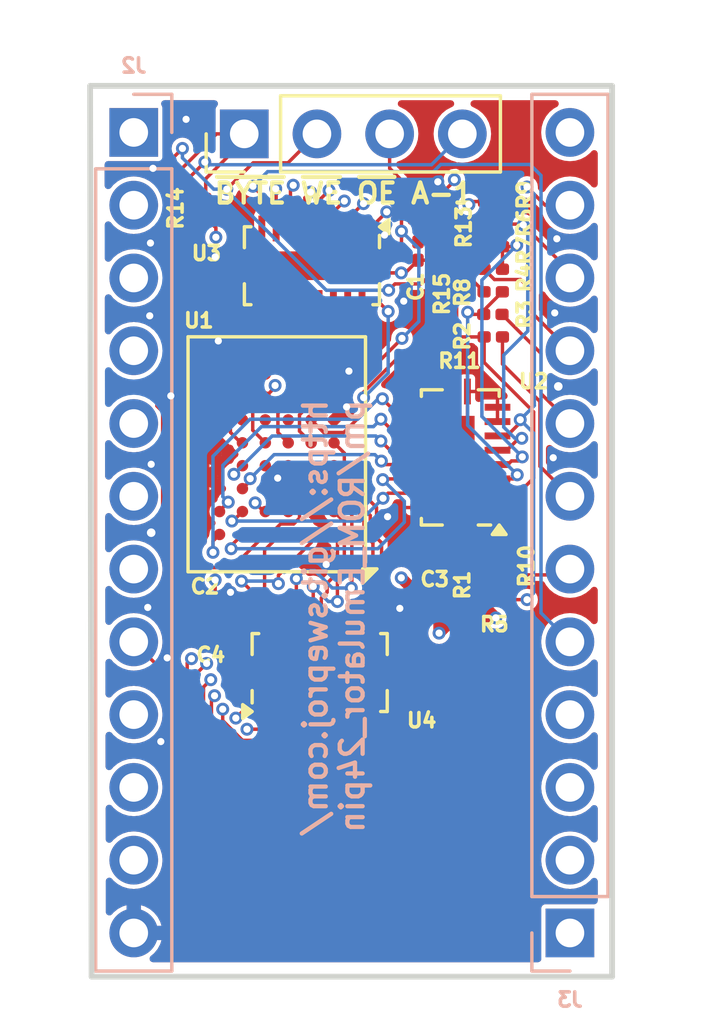
<source format=kicad_pcb>
(kicad_pcb
	(version 20240108)
	(generator "pcbnew")
	(generator_version "8.0")
	(general
		(thickness 1.6)
		(legacy_teardrops no)
	)
	(paper "A4")
	(layers
		(0 "F.Cu" signal)
		(1 "In1.Cu" signal)
		(2 "In2.Cu" signal)
		(31 "B.Cu" signal)
		(32 "B.Adhes" user "B.Adhesive")
		(33 "F.Adhes" user "F.Adhesive")
		(34 "B.Paste" user)
		(35 "F.Paste" user)
		(36 "B.SilkS" user "B.Silkscreen")
		(37 "F.SilkS" user "F.Silkscreen")
		(38 "B.Mask" user)
		(39 "F.Mask" user)
		(40 "Dwgs.User" user "User.Drawings")
		(41 "Cmts.User" user "User.Comments")
		(42 "Eco1.User" user "User.Eco1")
		(43 "Eco2.User" user "User.Eco2")
		(44 "Edge.Cuts" user)
		(45 "Margin" user)
		(46 "B.CrtYd" user "B.Courtyard")
		(47 "F.CrtYd" user "F.Courtyard")
		(48 "B.Fab" user)
		(49 "F.Fab" user)
		(50 "User.1" user)
		(51 "User.2" user)
		(52 "User.3" user)
		(53 "User.4" user)
		(54 "User.5" user)
		(55 "User.6" user)
		(56 "User.7" user)
		(57 "User.8" user)
		(58 "User.9" user)
	)
	(setup
		(stackup
			(layer "F.SilkS"
				(type "Top Silk Screen")
			)
			(layer "F.Paste"
				(type "Top Solder Paste")
			)
			(layer "F.Mask"
				(type "Top Solder Mask")
				(thickness 0.01)
			)
			(layer "F.Cu"
				(type "copper")
				(thickness 0.035)
			)
			(layer "dielectric 1"
				(type "prepreg")
				(thickness 0.1)
				(material "FR4")
				(epsilon_r 4.5)
				(loss_tangent 0.02)
			)
			(layer "In1.Cu"
				(type "copper")
				(thickness 0.035)
			)
			(layer "dielectric 2"
				(type "core")
				(thickness 1.24)
				(material "FR4")
				(epsilon_r 4.5)
				(loss_tangent 0.02)
			)
			(layer "In2.Cu"
				(type "copper")
				(thickness 0.035)
			)
			(layer "dielectric 3"
				(type "prepreg")
				(thickness 0.1)
				(material "FR4")
				(epsilon_r 4.5)
				(loss_tangent 0.02)
			)
			(layer "B.Cu"
				(type "copper")
				(thickness 0.035)
			)
			(layer "B.Mask"
				(type "Bottom Solder Mask")
				(thickness 0.01)
			)
			(layer "B.Paste"
				(type "Bottom Solder Paste")
			)
			(layer "B.SilkS"
				(type "Bottom Silk Screen")
			)
			(copper_finish "None")
			(dielectric_constraints no)
		)
		(pad_to_mask_clearance 0)
		(allow_soldermask_bridges_in_footprints no)
		(pcbplotparams
			(layerselection 0x00010fc_ffffffff)
			(plot_on_all_layers_selection 0x0000000_00000000)
			(disableapertmacros no)
			(usegerberextensions no)
			(usegerberattributes yes)
			(usegerberadvancedattributes yes)
			(creategerberjobfile yes)
			(dashed_line_dash_ratio 12.000000)
			(dashed_line_gap_ratio 3.000000)
			(svgprecision 4)
			(plotframeref no)
			(viasonmask no)
			(mode 1)
			(useauxorigin no)
			(hpglpennumber 1)
			(hpglpenspeed 20)
			(hpglpendiameter 15.000000)
			(pdf_front_fp_property_popups yes)
			(pdf_back_fp_property_popups yes)
			(dxfpolygonmode yes)
			(dxfimperialunits yes)
			(dxfusepcbnewfont yes)
			(psnegative no)
			(psa4output no)
			(plotreference yes)
			(plotvalue yes)
			(plotfptext yes)
			(plotinvisibletext no)
			(sketchpadsonfab no)
			(subtractmaskfromsilk no)
			(outputformat 1)
			(mirror no)
			(drillshape 1)
			(scaleselection 1)
			(outputdirectory "")
		)
	)
	(net 0 "")
	(net 1 "/D0")
	(net 2 "VCC")
	(net 3 "/D5")
	(net 4 "/D1")
	(net 5 "/D2")
	(net 6 "GND")
	(net 7 "/D6")
	(net 8 "/D4")
	(net 9 "/D3")
	(net 10 "/D7")
	(net 11 "Net-(U2-A0)")
	(net 12 "Net-(U2-A1)")
	(net 13 "Net-(U2-A2)")
	(net 14 "Net-(U2-A3)")
	(net 15 "Net-(U1-D8)")
	(net 16 "/~{OE}")
	(net 17 "unconnected-(U1-RY{slash}~{BY}-PadA3)")
	(net 18 "/~{BYTE}")
	(net 19 "/A8")
	(net 20 "/A12")
	(net 21 "/A11")
	(net 22 "/~{WE}")
	(net 23 "unconnected-(U1-D14-PadF5)")
	(net 24 "unconnected-(U1-D12-PadF4)")
	(net 25 "/A0")
	(net 26 "/A2")
	(net 27 "/A9")
	(net 28 "/A7")
	(net 29 "/A10")
	(net 30 "/A13")
	(net 31 "unconnected-(U1-D9-PadG2)")
	(net 32 "/A4")
	(net 33 "unconnected-(U1-D11-PadG3)")
	(net 34 "/A5")
	(net 35 "unconnected-(U1-D10-PadF3)")
	(net 36 "/A3")
	(net 37 "/A6")
	(net 38 "unconnected-(U1-D13-PadG5)")
	(net 39 "/A1")
	(net 40 "unconnected-(U2-B6-Pad12)")
	(net 41 "unconnected-(U2-B7-Pad11)")
	(net 42 "Net-(J2-Pin_1)")
	(net 43 "Net-(J2-Pin_8)")
	(net 44 "Net-(J2-Pin_6)")
	(net 45 "Net-(J2-Pin_2)")
	(net 46 "Net-(J2-Pin_5)")
	(net 47 "Net-(J2-Pin_4)")
	(net 48 "Net-(J2-Pin_7)")
	(net 49 "Net-(J2-Pin_3)")
	(net 50 "Net-(J3-Pin_9)")
	(net 51 "Net-(J3-Pin_8)")
	(net 52 "Net-(J3-Pin_7)")
	(net 53 "Net-(J3-Pin_10)")
	(net 54 "Net-(J3-Pin_6)")
	(net 55 "Net-(J3-Pin_11)")
	(net 56 "unconnected-(U1-NC-PadC4)")
	(net 57 "unconnected-(U1-NC-PadD3)")
	(net 58 "unconnected-(U1-NC-PadB3)")
	(net 59 "unconnected-(U1-NC-PadD4)")
	(net 60 "/A-1")
	(net 61 "Net-(U1-D0)")
	(net 62 "Net-(U1-D1)")
	(net 63 "Net-(U1-D2)")
	(net 64 "Net-(U1-D6)")
	(net 65 "Net-(U1-D3)")
	(net 66 "Net-(U1-D5)")
	(net 67 "Net-(U1-D7)")
	(net 68 "Net-(U1-D4)")
	(footprint "Capacitor_SMD:C_0201_0603Metric" (layer "F.Cu") (at 47.879 38.7858 180))
	(footprint "Capacitor_SMD:C_0201_0603Metric" (layer "F.Cu") (at 47.879 37.211 180))
	(footprint "Capacitor_SMD:C_0201_0603Metric" (layer "F.Cu") (at 37.8206 37.4502 90))
	(footprint "Capacitor_SMD:C_0201_0603Metric" (layer "F.Cu") (at 37.9984 51.435 180))
	(footprint "Capacitor_SMD:C_0201_0603Metric" (layer "F.Cu") (at 47.879 37.9984 180))
	(footprint "Capacitor_SMD:C_0201_0603Metric" (layer "F.Cu") (at 37.9984 52.197 180))
	(footprint "Connector_PinHeader_2.54mm:PinHeader_1x04_P2.54mm_Vertical" (layer "F.Cu") (at 39.1668 34.8488 90))
	(footprint "Capacitor_SMD:C_0201_0603Metric" (layer "F.Cu") (at 47.8688 39.5732))
	(footprint "Capacitor_SMD:C_0201_0603Metric" (layer "F.Cu") (at 45.43 37.8206 180))
	(footprint "Capacitor_SMD:C_0201_0603Metric" (layer "F.Cu") (at 47.8536 41.148 180))
	(footprint "Package_DFN_QFN:WQFN-20-1EP_2.5x4.5mm_P0.5mm_EP1x2.9mm" (layer "F.Cu") (at 41.803 53.6494 90))
	(footprint "Capacitor_SMD:C_0201_0603Metric" (layer "F.Cu") (at 46.1264 38.989 -90))
	(footprint "Capacitor_SMD:C_0201_0603Metric" (layer "F.Cu") (at 45.2374 38.9382 90))
	(footprint "Capacitor_SMD:C_0201_0603Metric" (layer "F.Cu") (at 48.2854 49.9618 90))
	(footprint "Capacitor_SMD:C_0201_0603Metric" (layer "F.Cu") (at 47.498 49.9618 -90))
	(footprint "Capacitor_SMD:C_0201_0603Metric" (layer "F.Cu") (at 47.9044 51.1048 180))
	(footprint "ROM_Emulator:BGA-48_6.0x8.0mm_Layout6x8_P0.8mm" (layer "F.Cu") (at 40.3034 46.0308 180))
	(footprint "Package_DFN_QFN:WQFN-20-1EP_2.5x4.5mm_P0.5mm_EP1x2.9mm" (layer "F.Cu") (at 46.7146 46.1404 180))
	(footprint "Capacitor_SMD:C_0201_0603Metric" (layer "F.Cu") (at 45.2018 42.672 180))
	(footprint "Package_DFN_QFN:WQFN-20-1EP_2.5x4.5mm_P0.5mm_EP1x2.9mm" (layer "F.Cu") (at 41.5316 39.4508 -90))
	(footprint "Capacitor_SMD:C_0201_0603Metric" (layer "F.Cu") (at 46.101 49.5808 180))
	(footprint "Capacitor_SMD:C_0201_0603Metric" (layer "F.Cu") (at 47.8642 40.3606 180))
	(footprint "Capacitor_SMD:C_0201_0603Metric" (layer "F.Cu") (at 47.8688 41.9354 180))
	(footprint "Connector_PinHeader_2.54mm:PinHeader_1x12_P2.54mm_Vertical" (layer "B.Cu") (at 50.546 62.738))
	(footprint "Connector_PinHeader_2.54mm:PinHeader_1x12_P2.54mm_Vertical" (layer "B.Cu") (at 35.306 34.798 180))
	(gr_line
		(start 33.8328 64.262)
		(end 33.782 33.1724)
		(stroke
			(width 0.2)
			(type default)
		)
		(layer "Edge.Cuts")
		(uuid "35feea49-c017-450b-8d44-3892fddc9cf5")
	)
	(gr_line
		(start 52.0192 64.262)
		(end 33.8328 64.262)
		(stroke
			(width 0.2)
			(type default)
		)
		(layer "Edge.Cuts")
		(uuid "7753cd2e-0eb5-4fa8-8040-b4938811ab1a")
	)
	(gr_line
		(start 33.782 33.1724)
		(end 52.0192 33.1724)
		(stroke
			(width 0.2)
			(type default)
		)
		(layer "Edge.Cuts")
		(uuid "a98a812e-da85-4752-9bf0-23c0aa6c2618")
	)
	(gr_line
		(start 52.0192 33.1724)
		(end 52.0192 64.262)
		(stroke
			(width 0.2)
			(type default)
		)
		(layer "Edge.Cuts")
		(uuid "c5167f1a-93b2-438a-8875-142697a9ac44")
	)
	(gr_text "https://git.sweproj.com/\npm/ROM_Emulator_24pin"
		(at 43.4086 44.0436 90)
		(layer "B.SilkS")
		(uuid "29003503-239a-4dfb-be0e-49299110c6cb")
		(effects
			(font
				(size 0.8 0.8)
				(thickness 0.15)
				(bold yes)
			)
			(justify left bottom mirror)
		)
	)
	(gr_text "~{BYTE} ~{WE} ~{OE} A-1"
		(at 38.0492 37.338 0)
		(layer "F.SilkS")
		(uuid "f61a2a6c-cfea-489f-b520-00be28537675")
		(effects
			(font
				(size 0.7 0.7)
				(thickness 0.15)
				(bold yes)
			)
			(justify left bottom)
		)
	)
	(segment
		(start 43.611739 38.104)
		(end 44.1452 37.570539)
		(width 0.12)
		(layer "F.Cu")
		(net 1)
		(uuid "383aa93c-4053-45fd-9729-255a35bcabfd")
	)
	(segment
		(start 43.2816 38.104)
		(end 43.611739 38.104)
		(width 0.12)
		(layer "F.Cu")
		(net 1)
		(uuid "e5d57dad-7d7e-43e0-82c1-94a153eaea0b")
	)
	(via
		(at 44.1452 37.570539)
		(size 0.45)
		(drill 0.25)
		(layers "F.Cu" "B.Cu")
		(net 1)
		(uuid "be3bd9d5-a5f6-448b-ba5b-4a08c854a302")
	)
	(segment
		(start 37.392546 55.118)
		(end 38.578146 56.3036)
		(width 0.12)
		(layer "In1.Cu")
		(net 1)
		(uuid "0db3799b-6bea-4906-a7e0-9213e892f026")
	)
	(segment
		(start 45.1276 38.168)
		(end 44.530139 37.570539)
		(width 0.12)
		(layer "In1.Cu")
		(net 1)
		(uuid "1153d232-73b4-42c8-99e3-1a852a99efe9")
	)
	(segment
		(start 45.1276 54.376948)
		(end 45.1276 38.168)
		(width 0.12)
		(layer "In1.Cu")
		(net 1)
		(uuid "1691d78b-17b3-4743-a268-e52b83a88e93")
	)
	(segment
		(start 38.578146 56.3036)
		(end 43.200948 56.3036)
		(width 0.12)
		(layer "In1.Cu")
		(net 1)
		(uuid "1aa39e11-ac44-4bde-84a9-bffdc0226afb")
	)
	(segment
		(start 44.530139 37.570539)
		(end 44.1452 37.570539)
		(width 0.12)
		(layer "In1.Cu")
		(net 1)
		(uuid "86260491-56aa-41bf-8f1b-f2552195c501")
	)
	(segment
		(start 35.306 55.118)
		(end 37.392546 55.118)
		(width 0.12)
		(layer "In1.Cu")
		(net 1)
		(uuid "cc9eca01-d5a6-42ab-b52c-f0d2de39fc2b")
	)
	(segment
		(start 43.200948 56.3036)
		(end 45.1276 54.376948)
		(width 0.12)
		(layer "In1.Cu")
		(net 1)
		(uuid "e83018b5-87f9-461f-882f-6cb64364f7cc")
	)
	(segment
		(start 47.559 38.7858)
		(end 47.559 37.211)
		(width 0.12)
		(layer "F.Cu")
		(net 2)
		(uuid "0791b27f-79b1-492f-9248-2f6d6e3e0cf3")
	)
	(segment
		(start 47.5844 51.369)
		(end 47.9552 51.7398)
		(width 0.4)
		(layer "F.Cu")
		(net 2)
		(uuid "0aec6d9f-07c6-4757-b268-2cd59e32ea42")
	)
	(segment
		(start 46.7766 50.2818)
		(end 47.498 50.2818)
		(width 0.12)
		(layer "F.Cu")
		(net 2)
		(uuid "167c5568-d7f0-436d-a2ad-7cb0430864bc")
	)
	(segment
		(start 39.9034 48.0308)
		(end 39.852 48.0308)
		(width 0.12)
		(layer "F.Cu")
		(net 2)
		(uuid "16ad5ac6-52ac-478f-86f5-7930548a39aa")
	)
	(segment
		(start 38.1762 38.4556)
		(end 38.1762 38.1258)
		(width 0.12)
		(layer "F.Cu")
		(net 2)
		(uuid "19ab8776-1619-42ac-8010-68898d21b647")
	)
	(segment
		(start 38.1508 51.2674)
		(end 38.3184 51.435)
		(width 0.12)
		(layer "F.Cu")
		(net 2)
		(uuid "2a3fff49-1775-4cda-bd23-cce2d045a327")
	)
	(segment
		(start 47.5844 51.1048)
		(end 47.5844 51.369)
		(width 0.4)
		(layer "F.Cu")
		(net 2)
		(uuid "2d37e008-5113-4766-8c34-32a0641aa1df")
	)
	(segment
		(start 46.5074 36.488911)
		(end 46.5074 36.449)
		(width 0.12)
		(layer "F.Cu")
		(net 2)
		(uuid "33a5adcf-6aff-4964-96b3-ccaee91702b2")
	)
	(segment
		(start 46.5074 51.7398)
		(end 45.974 52.2732)
		(width 0.4)
		(layer "F.Cu")
		(net 2)
		(uuid "3433dd38-9b75-40e2-8251-82c660b50aa1")
	)
	(segment
		(start 47.1588 39.9752)
		(end 47.1588 39.186)
		(width 0.12)
		(layer "F.Cu")
		(net 2)
		(uuid "35c4e72d-a01f-4726-960c-82100887f29b")
	)
	(segment
		(start 38.3184 52.197)
		(end 38.3184 53.1012)
		(width 0.12)
		(layer "F.Cu")
		(net 2)
		(uuid "381195fd-ef88-438b-999e-7bf7b18c9f2b")
	)
	(segment
		(start 38.1508 50.419)
		(end 38.1508 51.2674)
		(width 0.12)
		(layer "F.Cu")
		(net 2)
		(uuid "4942bc0a-5925-4c78-9960-d200e66326ce")
	)
	(segment
		(start 45.2374 39.2582)
		(end 45.5372 39.2582)
		(width 0.12)
		(layer "F.Cu")
		(net 2)
		(uuid "4d222f0d-c034-4aa6-bc6f-74eda6e11f33")
	)
	(segment
		(start 47.5844 50.3682)
		(end 47.498 50.2818)
		(width 0.12)
		(layer "F.Cu")
		(net 2)
		(uuid "4e1c9be3-8b3f-401b-b618-c2917b1e62dd")
	)
	(segment
		(start 40.245067 43.689133)
		(end 39.9034 44.0308)
		(width 0.12)
		(layer "F.Cu")
		(net 2)
		(uuid "4ec04545-ba46-4627-af78-5dd1bf987d21")
	)
	(segment
		(start 38.866 51.435)
		(end 39.503 52.072)
		(width 0.12)
		(layer "F.Cu")
		(net 2)
		(uuid "519e8f03-1d43-4175-90e5-4f84056fc853")
	)
	(segment
		(start 45.974 52.2732)
		(end 45.974 51.6636)
		(width 0.4)
		(layer "F.Cu")
		(net 2)
		(uuid "5802d2d5-40d6-4dda-9fbf-9a038cdd3879")
	)
	(segment
		(start 46.14 36.856311)
		(end 46.5074 36.488911)
		(width 0.12)
		(layer "F.Cu")
		(net 2)
		(uuid "59269a20-5d3e-4c01-8d40-9ffd1a0d4150")
	)
	(segment
		(start 46.9646 48.4404)
		(end 46.9646 49.7484)
		(width 0.12)
		(layer "F.Cu")
		(net 2)
		(uuid "6774aa39-7223-454e-92b0-4f8bb57c9209")
	)
	(segment
		(start 47.9552 51.7398)
		(end 46.5074 51.7398)
		(width 0.4)
		(layer "F.Cu")
		(net 2)
		(uuid "6e4373f5-455a-4856-975a-8e848cc71294")
	)
	(segment
		(start 38.3184 53.1012)
		(end 38.6166 53.3994)
		(width 0.12)
		(layer "F.Cu")
		(net 2)
		(uuid "717f74a3-b62f-4974-b871-5b6c65fa3632")
	)
	(segment
		(start 43.8316 39.7008)
		(end 44.7948 39.7008)
		(width 0.12)
		(layer "F.Cu")
		(net 2)
		(uuid "77bd019f-0c25-4ce9-a2eb-66c0d20c8c08")
	)
	(segment
		(start 46.14 38.6554)
		(end 46.14 36.856311)
		(width 0.12)
		(layer "F.Cu")
		(net 2)
		(uuid "79c83209-d4fb-42ef-8120-b6e60d2bbc74")
	)
	(segment
		(start 47.5844 51.1048)
		(end 47.5844 50.3682)
		(width 0.12)
		(layer "F.Cu")
		(net 2)
		(uuid "814f9df8-3afd-4743-b5ea-8a458f4c1231")
	)
	(segment
		(start 39.852 48.0308)
		(end 39.5478 47.7266)
		(width 0.12)
		(layer "F.Cu")
		(net 2)
		(uuid "8271b8d2-63cf-451a-8052-2c3000aedcf3")
	)
	(segment
		(start 46.421 49.9262)
		(end 46.7766 50.2818)
		(width 0.12)
		(layer "F.Cu")
		(net 2)
		(uuid "84dcb4f5-9cbc-4c12-a13e-0578dcc2ff34")
	)
	(segment
		(start 38.3184 52.197)
		(end 38.3184 51.435)
		(width 0.12)
		(layer "F.Cu")
		(net 2)
		(uuid "8d1434bb-0aa2-4315-b545-b3c6bd964eaa")
	)
	(segment
		(start 46.4646 48.4404)
		(end 46.9646 48.4404)
		(width 0.12)
		(layer "F.Cu")
		(net 2)
		(uuid "90e53e0b-12b8-4f92-8857-28d5f1a0a03c")
	)
	(segment
		(start 38.6166 53.3994)
		(end 39.503 53.3994)
		(width 0.12)
		(layer "F.Cu")
		(net 2)
		(uuid "975dab13-71c0-4397-a266-f5b041d94200")
	)
	(segment
		(start 38.1762 38.1258)
		(end 37.8206 37.7702)
		(width 0.12)
		(layer "F.Cu")
		(net 2)
		(uuid "a872af6d-ec9c-49cf-aaa8-78f069163794")
	)
	(segment
		(start 46.4646 49.5372)
		(end 46.421 49.5808)
		(width 0.12)
		(layer "F.Cu")
		(net 2)
		(uuid "b8a6efac-8f31-4af5-8e76-8b73294872c7")
	)
	(segment
		(start 46.4646 48.4404)
		(end 46.4646 49.5372)
		(width 0.12)
		(layer "F.Cu")
		(net 2)
		(uuid "bd726ed7-0617-40cd-a19c-688ee20b7cae")
	)
	(segment
		(start 39.503 52.072)
		(end 39.503 53.3994)
		(width 0.12)
		(layer "F.Cu")
		(net 2)
		(uuid "be9912b6-cf3b-4f99-8eef-98c5c2b49120")
	)
	(segment
		(start 47.559 37.211)
		(end 47.12021 37.211)
		(width 0.12)
		(layer "F.Cu")
		(net 2)
		(uuid "cb60e866-fbb9-420f-954b-b03c5fee8af5")
	)
	(segment
		(start 45.974 51.6636)
		(end 44.6532 50.3428)
		(width 0.4)
		(layer "F.Cu")
		(net 2)
		(uuid "cccd6eac-aefb-4995-ae9f-ac5f799a7e43")
	)
	(segment
		(start 46.9646 49.7484)
		(end 47.498 50.2818)
		(width 0.12)
		(layer "F.Cu")
		(net 2)
		(uuid "d1ff949c-b77a-47ff-bb31-60e10fe3b5b7")
	)
	(segment
		(start 47.1588 39.186)
		(end 47.559 38.7858)
		(width 0.12)
		(layer "F.Cu")
		(net 2)
		(uuid "d8666028-cf05-42c3-9481-32418bb24fb6")
	)
	(segment
		(start 40.245067 43.629412)
		(end 40.245067 43.689133)
		(width 0.12)
		(layer "F.Cu")
		(net 2)
		(uuid "dac723c3-c769-4a39-907c-3652c95e758b")
	)
	(segment
		(start 43.8316 39.7008)
		(end 44.6532 39.7008)
		(width 0.12)
		(layer "F.Cu")
		(net 2)
		(uuid "db679fda-68ba-4ee8-8521-97146e114bf4")
	)
	(segment
		(start 46.1264 38.669)
		(end 46.14 38.6554)
		(width 0.12)
		(layer "F.Cu")
		(net 2)
		(uuid "ddf36538-3ced-4738-b9e2-0d3f5c27abef")
	)
	(segment
		(start 39.503 53.8994)
		(end 39.503 53.3994)
		(width 0.12)
		(layer "F.Cu")
		(net 2)
		(uuid "de92b808-e23b-4550-845c-11b629fc84e6")
	)
	(segment
		(start 46.421 49.5808)
		(end 46.421 49.9262)
		(width 0.12)
		(layer "F.Cu")
		(net 2)
		(uuid "e04e17f2-82cb-46ac-bac5-4b719deef0f7")
	)
	(segment
		(start 38.3184 51.435)
		(end 38.866 51.435)
		(width 0.12)
		(layer "F.Cu")
		(net 2)
		(uuid "eb42a446-89ab-4e52-85de-7a7e81d54a2c")
	)
	(segment
		(start 45.5372 39.2582)
		(end 46.1264 38.669)
		(width 0.12)
		(layer "F.Cu")
		(net 2)
		(uuid "faff5cb6-e986-4b8b-b514-d8128f6e3980")
	)
	(segment
		(start 44.7948 39.7008)
		(end 45.2374 39.2582)
		(width 0.12)
		(layer "F.Cu")
		(net 2)
		(uuid "fb330cbf-a2b4-4f63-8727-25ffd2f8f0ae")
	)
	(segment
		(start 47.12021 37.211)
		(end 47.015178 37.316032)
		(width 0.12)
		(layer "F.Cu")
		(net 2)
		(uuid "ff7a79d9-2d38-47b6-a9c2-6fcb6ff514a0")
	)
	(segment
		(start 47.5442 40.3606)
		(end 47.1588 39.9752)
		(width 0.12)
		(layer "F.Cu")
		(net 2)
		(uuid "ffc6988b-1c50-4275-be20-f60eac2ff2d5")
	)
	(via
		(at 45.974 52.2732)
		(size 0.45)
		(drill 0.25)
		(layers "F.Cu" "B.Cu")
		(net 2)
		(uuid "15fb4aff-b373-4697-b47c-35db00b312b1")
	)
	(via
		(at 38.1762 38.4556)
		(size 0.45)
		(drill 0.25)
		(layers "F.Cu" "B.Cu")
		(net 2)
		(uuid "1b258ebf-9d3b-4180-9747-5cec051de5fd")
	)
	(via
		(at 44.6532 39.7008)
		(size 0.45)
		(drill 0.25)
		(layers "F.Cu" "B.Cu")
		(net 2)
		(uuid "21909f18-a33a-4c23-9d3f-2a98c89c3e3c")
	)
	(via
		(at 46.5074 36.449)
		(size 0.45)
		(drill 0.25)
		(layers "F.Cu" "B.Cu")
		(net 2)
		(uuid "235abe76-ca4a-4ac4-8d23-82aa661b1184")
	)
	(via
		(at 40.245067 43.629412)
		(size 0.45)
		(drill 0.25)
		(layers "F.Cu" "B.Cu")
		(net 2)
		(uuid "27a672e5-0334-406a-bea7-341959cde633")
	)
	(via
		(at 47.9552 51.7398)
		(size 0.45)
		(drill 0.25)
		(layers "F.Cu" "B.Cu")
		(net 2)
		(uuid "70dafe67-a6a2-4553-b2a5-4df962a4d5be")
	)
	(via
		(at 38.1508 50.419)
		(size 0.45)
		(drill 0.25)
		(layers "F.Cu" "B.Cu")
		(net 2)
		(uuid "77b80de7-1ab6-4c54-8145-03b5d5be65f5")
	)
	(via
		(at 39.5478 47.7266)
		(size 0.45)
		(drill 0.25)
		(layers "F.Cu" "B.Cu")
		(net 2)
		(uuid "8cd29a00-2107-40e9-b8d2-f94c04fa9a80")
	)
	(via
		(at 47.015178 37.316032)
		(size 0.45)
		(drill 0.25)
		(layers "F.Cu" "B.Cu")
		(net 2)
		(uuid "aa1677cf-e874-454b-bb2a-93b4a6b87262")
	)
	(via
		(at 44.6532 50.3428)
		(size 0.45)
		(drill 0.25)
		(layers "F.Cu" "B.Cu")
		(net 2)
		(uuid "aa527354-eeae-4f4a-99af-e12b470e1eb6")
	)
	(segment
		(start 38.1628 33.8328)
		(end 49.5808 33.8328)
		(width 0.12)
		(layer "In1.Cu")
		(net 2)
		(uuid "00721ebc-f4ee-4443-b554-a8d5c6ff85c8")
	)
	(segment
		(start 37.404237 35.087363)
		(end 37.7952 34.6964)
		(width 0.12)
		(layer "In1.Cu")
		(net 2)
		(uuid "0b9436c4-d0c8-43a9-bf8b-9eef7ebb18ca")
	)
	(segment
		(start 38.1762 38.4556)
		(end 38.1762 37.134894)
		(width 0.12)
		(layer "In1.Cu")
		(net 2)
		(uuid "10e14f64-153d-48d7-a8f4-42c0ccad953f")
	)
	(segment
		(start 37.404237 36.362931)
		(end 37.404237 35.087363)
		(width 0.12)
		(layer "In1.Cu")
		(net 2)
		(uuid "56a6e46c-089c-4385-b6e6-4d6423df4e10")
	)
	(segment
		(start 49.5808 33.8328)
		(end 50.546 34.798)
		(width 0.12)
		(layer "In1.Cu")
		(net 2)
		(uuid "64ee993b-25b8-4707-8488-20c8b99208ed")
	)
	(segment
		(start 38.1762 37.134894)
		(end 37.404237 36.362931)
		(width 0.12)
		(layer "In1.Cu")
		(net 2)
		(uuid "6dfea650-f5e6-47a0-8396-9bee41958127")
	)
	(segment
		(start 37.7952 34.2004)
		(end 38.1628 33.8328)
		(width 0.12)
		(layer "In1.Cu")
		(net 2)
		(uuid "c3e481ea-5be1-4fff-a54f-e32d75de3713")
	)
	(segment
		(start 37.7952 34.6964)
		(end 37.7952 34.2004)
		(width 0.12)
		(layer "In1.Cu")
		(net 2)
		(uuid "dfc5c7c7-d672-4f4e-b54d-18e3db9eee64")
	)
	(segment
		(start 40.7816 36.737309)
		(end 40.877841 36.641068)
		(width 0.12)
		(layer "F.Cu")
		(net 3)
		(uuid "a78a791f-7adf-4c4e-9a60-fc9f6fed1e70")
	)
	(segment
		(start 40.7816 38.1508)
		(end 40.7816 36.737309)
		(width 0.12)
		(layer "F.Cu")
		(net 3)
		(uuid "b267ef71-7297-482f-83da-4916a19729a0")
	)
	(via
		(at 40.877841 36.641068)
		(size 0.45)
		(drill 0.25)
		(layers "F.Cu" "B.Cu")
		(net 3)
		(uuid "7cf7b7ae-cff7-4d6e-b07f-bff028b89bbb")
	)
	(segment
		(start 48.4632 57.2262)
		(end 48.4632 53.3654)
		(width 0.12)
		(layer "In1.Cu")
		(net 3)
		(uuid "003a1897-d988-457b-9293-e7c15a60d39e")
	)
	(segment
		(start 46.3636 37.810126)
		(end 44.765274 36.2118)
		(width 0.12)
		(layer "In1.Cu")
		(net 3)
		(uuid "367c4a9b-2357-4926-98b8-7065a9f085b2")
	)
	(segment
		(start 50.546 57.658)
		(end 48.895 57.658)
		(width 0.12)
		(layer "In1.Cu")
		(net 3)
		(uuid "504f7532-6445-456b-a2bf-f809840be181")
	)
	(segment
		(start 44.765274 36.2118)
		(end 41.307109 36.2118)
		(width 0.12)
		(layer "In1.Cu")
		(net 3)
		(uuid "56043feb-e7c7-407c-90d3-2dfafbac27fd")
	)
	(segment
		(start 48.4632 53.3654)
		(end 46.3636 51.2658)
		(width 0.12)
		(layer "In1.Cu")
		(net 3)
		(uuid "56841d8e-afbf-4039-b86e-217617c95a21")
	)
	(segment
		(start 46.3636 51.2658)
		(end 46.3636 37.810126)
		(width 0.12)
		(layer "In1.Cu")
		(net 3)
		(uuid "99fca468-b40f-4ab3-aae9-c8150673dcd2")
	)
	(segment
		(start 48.895 57.658)
		(end 48.4632 57.2262)
		(width 0.12)
		(layer "In1.Cu")
		(net 3)
		(uuid "e5e392e2-8b3a-4b75-9c0e-462f0f829edd")
	)
	(segment
		(start 41.307109 36.2118)
		(end 40.877841 36.641068)
		(width 0.12)
		(layer "In1.Cu")
		(net 3)
		(uuid "f089b78c-6dd0-4e86-87c9-cb8037567540")
	)
	(segment
		(start 43.3324 37.2826)
		(end 43.3198 37.2826)
		(width 0.12)
		(layer "F.Cu")
		(net 4)
		(uuid "2b69992a-d925-43cb-8d0f-68a22aabb491")
	)
	(segment
		(start 43.3198 37.2826)
		(end 42.7816 37.8208)
		(width 0.12)
		(layer "F.Cu")
		(net 4)
		(uuid "45c6f71d-29ba-40c1-94ad-d572ef1681c3")
	)
	(segment
		(start 42.7816 37.8208)
		(end 42.7816 38.1508)
		(width 0.12)
		(layer "F.Cu")
		(net 4)
		(uuid "54bdd470-7b3c-470f-8b8f-aa242fc9f0fa")
	)
	(via
		(at 43.3324 37.2826)
		(size 0.45)
		(drill 0.25)
		(layers "F.Cu" "B.Cu")
		(net 4)
		(uuid "e59e3db3-27b9-49c8-8b58-261b945d9c7a")
	)
	(segment
		(start 44.4754 37.1856)
		(end 45.3476 38.0578)
		(width 0.12)
		(layer "In1.Cu")
		(net 4)
		(uuid "3a6a59fa-bf37-4a0c-8ecf-ba149b245a29")
	)
	(segment
		(start 43.292074 56.5236)
		(end 36.4404 56.5236)
		(width 0.12)
		(layer "In1.Cu")
		(net 4)
		(uuid "64269d80-0774-40ff-8e8a-55276635adb0")
	)
	(segment
		(start 36.4404 56.5236)
		(end 35.306 57.658)
		(width 0.12)
		(layer "In1.Cu")
		(net 4)
		(uuid "993901f2-d0b6-4df4-8230-6b572380e94d")
	)
	(segment
		(start 43.4294 37.1856)
		(end 44.4754 37.1856)
		(width 0.12)
		(layer "In1.Cu")
		(net 4)
		(uuid "9a0c0a30-706b-4077-9923-9a72d499fca2")
	)
	(segment
		(start 43.3324 37.2826)
		(end 43.4294 37.1856)
		(width 0.12)
		(layer "In1.Cu")
		(net 4)
		(uuid "9f4c4c48-b757-4dd8-888d-d8ebadaa912f")
	)
	(segment
		(start 45.3476 38.0578)
		(end 45.3476 54.468074)
		(width 0.12)
		(layer "In1.Cu")
		(net 4)
		(uuid "d9e9107c-7246-44f3-982c-c87dc540fa01")
	)
	(segment
		(start 45.3476 54.468074)
		(end 43.292074 56.5236)
		(width 0.12)
		(layer "In1.Cu")
		(net 4)
		(uuid "ebc66ffe-8acc-4e8f-91a4-6a6895d84502")
	)
	(segment
		(start 42.2816 38.1508)
		(end 42.2816 37.575004)
		(width 0.12)
		(layer "F.Cu")
		(net 5)
		(uuid "73f3a955-b04e-418a-a267-a2099b5a9752")
	)
	(segment
		(start 42.2816 37.575004)
		(end 42.664498 37.192106)
		(width 0.12)
		(layer "F.Cu")
		(net 5)
		(uuid "c0eeed1d-9e30-4a5e-ac99-d1b2ca0b6515")
	)
	(via
		(at 42.664498 37.192106)
		(size 0.45)
		(drill 0.25)
		(layers "F.Cu" "B.Cu")
		(net 5)
		(uuid "ed9b2219-6b13-42fc-af3e-7c00970b0f30")
	)
	(segment
		(start 45.5676 37.947504)
		(end 44.517696 36.8976)
		(width 0.12)
		(layer "In1.Cu")
		(net 5)
		(uuid "0a981060-e443-4d3f-acc9-61fe9f3b3cc4")
	)
	(segment
		(start 44.517696 36.8976)
		(end 42.959004 36.8976)
		(width 0.12)
		(layer "In1.Cu")
		(net 5)
		(uuid "13455c66-5ee5-4416-91e1-a6abdcff763d")
	)
	(segment
		(start 43.3832 56.7436)
		(end 45.5676 54.5592)
		(width 0.12)
		(layer "In1.Cu")
		(net 5)
		(uuid "41818920-950d-40f5-ada2-0de7c7512ac2")
	)
	(segment
		(start 45.5676 54.5592)
		(end 45.5676 37.947504)
		(width 0.12)
		(layer "In1.Cu")
		(net 5)
		(uuid "5540ef67-903b-4545-acf5-cf96fcd28cde")
	)
	(segment
		(start 38.7604 56.7436)
		(end 43.3832 56.7436)
		(width 0.12)
		(layer "In1.Cu")
		(net 5)
		(uuid "840c4f0b-07c5-4297-b6e9-f8c07d3a83e1")
	)
	(segment
		(start 35.306 60.198)
		(end 38.7604 56.7436)
		(width 0.12)
		(layer "In1.Cu")
		(net 5)
		(uuid "c97dab99-a94d-4e51-8699-579070d84f09")
	)
	(segment
		(start 42.959004 36.8976)
		(end 42.664498 37.192106)
		(width 0.12)
		(layer "In1.Cu")
		(net 5)
		(uuid "fa6ffd2a-3444-4ae3-bf5e-434e92d0c612")
	)
	(segment
		(start 42.722706 43.2308)
		(end 42.824353 43.129153)
		(width 0.12)
		(layer "F.Cu")
		(net 6)
		(uuid "0258aa90-1bf3-4160-b7b4-01d7e5c4fb30")
	)
	(segment
		(start 41.9434 48.4708)
		(end 41.9434 49.791812)
		(width 0.12)
		(layer "F.Cu")
		(net 6)
		(uuid "05ef8bf3-4689-4619-bda7-25cdf0d42103")
	)
	(segment
		(start 44.7802 53.8734)
		(end 44.7802 53.5686)
		(width 0.12)
		(layer "F.Cu")
		(net 6)
		(uuid "09793cd7-a604-48cd-a5f2-e959be155ec0")
	)
	(segment
		(start 48.0146 43.976)
		(end 48.0146 44.8904)
		(width 0.12)
		(layer "F.Cu")
		(net 6)
		(uuid "0cf2e2d5-0b94-4c14-a74e-8d29c39e4f76")
	)
	(segment
		(start 38.686638 50.848519)
		(end 40.053 52.214881)
		(width 0.12)
		(layer "F.Cu")
		(net 6)
		(uuid "0e524f70-4f79-4e1b-ab04-e0c467c2db0d")
	)
	(segment
		(start 40.703 47.2308)
		(end 40.3352 46.863)
		(width 0.12)
		(layer "F.Cu")
		(net 6)
		(uuid "0eaf3c84-18b1-4247-9c86-c0c9d00a86f4")
	)
	(segment
		(start 41.9434 49.791812)
		(end 42.02996 49.878372)
		(width 0.12)
		(layer "F.Cu")
		(net 6)
		(uuid "13a2cbc9-de63-4cda-89fb-ccea1eb60677")
	)
	(segment
		(start 39.2316 39.2008)
		(end 41.2816 39.2008)
		(width 0.12)
		(layer "F.Cu")
		(net 6)
		(uuid "1b47a319-4b9a-49cc-9fc9-d33d7df22641")
	)
	(segment
		(start 46.9646 45.8904)
		(end 46.7146 46.1404)
		(width 0.12)
		(layer "F.Cu")
		(net 6)
		(uuid "1b9333dd-dcd5-4bc0-94a3-2025303ef62b")
	)
	(segment
		(start 38.260976 42.074743)
		(end 38.260976 43.188376)
		(width 0.12)
		(layer "F.Cu")
		(net 6)
		(uuid "243d2d04-6493-44a2-b225-428d7155b012")
	)
	(segment
		(start 41.2816 39.2008)
		(end 41.5316 39.4508)
		(width 0.12)
		(layer "F.Cu")
		(net 6)
		(uuid "29f38ab7-b49d-4c4a-b5c7-35956a6d44c5")
	)
	(segment
		(start 45.930456 36.521382)
		(end 45.75 36.701838)
		(width 0.12)
		(layer "F.Cu")
		(net 6)
		(uuid "2cfd0ba1-1d5a-42a3-b0a5-37037cfc4f31")
	)
	(segment
		(start 45.5462 49.5808)
		(end 45.781 49.5808)
		(width 0.12)
		(layer "F.Cu")
		(net 6)
		(uuid "2dee294e-e0ae-4249-9558-b5a08040a57b")
	)
	(segment
		(start 36.6654 43.9928)
		(end 36.6014 43.9928)
		(width 0.12)
		(layer "F.Cu")
		(net 6)
		(uuid "311e29d7-56eb-448d-b32a-1ff28f0dae17")
	)
	(segment
		(start 38.2016 39.1922)
		(end 39.223 39.1922)
		(width 0.12)
		(layer "F.Cu")
		(net 6)
		(uuid "35a346b6-6e26-44fc-934a-00ddcba98680")
	)
	(segment
		(start 44.7802 51.5874)
		(end 44.6024 51.4096)
		(width 0.12)
		(layer "F.Cu")
		(net 6)
		(uuid "3b90285b-8209-4ea4-a6f9-670aeaa25e80")
	)
	(segment
		(start 42.053 53.8994)
		(end 41.803 53.6494)
		(width 0.12)
		(layer "F.Cu")
		(net 6)
		(uuid "3dbfb932-9ca5-49d7-ba7e-b4a093076103")
	)
	(segment
		(start 46.9646 43.8404)
		(end 46.9646 42.9976)
		(width 0.12)
		(layer "F.Cu")
		(net 6)
		(uuid "4170700f-db65-4891-ba40-08c24f31acb0")
	)
	(segment
		(start 38.3034 45.6308)
		(end 36.6654 43.9928)
		(width 0.12)
		(layer "F.Cu")
		(net 6)
		(uuid "420cb30e-a647-41b2-b940-9c978ed0c6e8")
	)
	(segment
		(start 46.6344 46.6064)
		(end 46.6344 46.2764)
		(width 0.12)
		(layer "F.Cu")
		(net 6)
		(uuid "4359ac2d-e4ba-484b-a08b-a1c3c3cce540")
	)
	(segment
		(start 45.75 38.5272)
		(end 45.659 38.6182)
		(width 0.12)
		(layer "F.Cu")
		(net 6)
		(uuid "511244e2-f31b-4a48-99fc-b42c39690236")
	)
	(segment
		(start 44.1746 48.2092)
		(end 45.5462 49.5808)
		(width 0.12)
		(layer "F.Cu")
		(net 6)
		(uuid "59402fcb-3fa4-4f98-b682-a70b610c4d3a")
	)
	(segment
		(start 38.1508 39.1414)
		(end 38.2016 39.1922)
		(width 0.12)
		(layer "F.Cu")
		(net 6)
		(uuid "5e27f1ba-b418-414f-9a7f-267480c543ad")
	)
	(segment
		(start 45.659 38.6182)
		(end 45.2374 38.6182)
		(width 0.12)
		(layer "F.Cu")
		(net 6)
		(uuid "623e1bb1-0dfa-45e4-825d-644549964e79")
	)
	(segment
		(start 37.6784 52.197)
		(end 37.6784 51.435)
		(width 0.12)
		(layer "F.Cu")
		(net 6)
		(uuid "6432f7f5-a2bf-4657-a4f3-bf102153222b")
	)
	(segment
		(start 38.3034 45.6308)
		(end 38.3034 47.2308)
		(width 0.12)
		(layer "F.Cu")
		(net 6)
		(uuid "64a05dbc-666d-4032-a8ad-6ebb2dc5fa38")
	)
	(segment
		(start 45.75 36.701838)
		(end 45.75 37.8206)
		(width 0.12)
		(layer "F.Cu")
		(net 6)
		(uuid "659b3599-28e0-4c3a-a4fe-71d4702c73c1")
	)
	(segment
		(start 39.223 39.1922)
		(end 39.2316 39.2008)
		(width 0.12)
		(layer "F.Cu")
		(net 6)
		(uuid "662a7017-f76b-4c2b-b60b-9506f81e3ea0")
	)
	(segment
		(start 41.5034 48.0308)
		(end 41.9434 48.4708)
		(width 0.12)
		(layer "F.Cu")
		(net 6)
		(uuid "6e4148a5-eb45-473d-95b1-200afa615d57")
	)
	(segment
		(start 40.9702 53.637)
		(end 40.632 53.9752)
		(width 0.12)
		(layer "F.Cu")
		(net 6)
		(uuid "7b715924-4d2a-4d16-bf2b-0b19f84dbf27")
	)
	(segment
		(start 44.739256 40.772256)
		(end 44.739256 40.687152)
		(width 0.12)
		(layer "F.Cu")
		(net 6)
		(uuid "7fe7c134-fab6-4613-8db3-4bd32c2182e2")
	)
	(segment
		(start 46.9646 43.8404)
		(end 46.9646 45.8904)
		(width 0.12)
		(layer "F.Cu")
		(net 6)
		(uuid "8841f554-5419-4bfd-9e49-ad9579eed106")
	)
	(segment
		(start 40.3098 46.863)
		(end 40.2844 46.8884)
		(width 0.12)
		(layer "F.Cu")
		(net 6)
		(uuid "8900879d-713b-475c-89a9-2808b8cbba8b")
	)
	(segment
		(start 45.5218 42.6162)
		(end 46.0525 42.0855)
		(width 0.12)
		(layer "F.Cu")
		(net 6)
		(uuid "96721c97-aa97-4217-ad10-0407e6ddcc34")
	)
	(segment
		(start 44.1746 48.2092)
		(end 44.4934 47.8904)
		(width 0.12)
		(layer "F.Cu")
		(net 6)
		(uuid "9c296b6a-e499-4ee4-878f-78b2e9bf4af1")
	)
	(segment
		(start 46.0525 42.0855)
		(end 44.739256 40.772256)
		(width 0.12)
		(layer "F.Cu")
		(net 6)
		(uuid "9d1a389f-4772-4ae6-bdf2-fb5a54bf3bd1")
	)
	(segment
		(start 40.7034 47.2308)
		(end 40.703 47.2308)
		(width 0.12)
		(layer "F.Cu")
		(net 6)
		(uuid "9da3cc92-e6eb-4597-99b3-15b8db7b7df1")
	)
	(segment
		(start 47.879 43.8404)
		(end 48.0146 43.976)
		(width 0.12)
		(layer "F.Cu")
		(net 6)
		(uuid "a0bc39a9-c81d-4107-88e0-7b2ca6dc633d")
	)
	(segment
		(start 42.3034 44.8308)
		(end 42.74226 44.39194)
		(width 0.12)
		(layer "F.Cu")
		(net 6)
		(uuid "a4552cfa-9832-48a0-8a67-f402a6f41de1")
	)
	(segment
		(start 37.6784 52.197)
		(end 37.4142 52.197)
		(width 0.12)
		(layer "F.Cu")
		(net 6)
		(uuid "a6ef8f4f-2b8a-4ca4-89c5-848da2fa9e61")
	)
	(segment
		(start 42.74226 44.39194)
		(end 42.74226 44.377522)
		(width 0.12)
		(layer "F.Cu")
		(net 6)
		(uuid "b3540361-913b-4806-a5c5-d6b174001293")
	)
	(segment
		(start 46.5882 42.6212)
		(end 46.0525 42.0855)
		(width 0.12)
		(layer "F.Cu")
		(net 6)
		(uuid "b4d47d85-03d1-4f6f-9c5f-adf4463f307a")
	)
	(segment
		(start 44.103 53.8994)
		(end 44.7542 53.8994)
		(width 0.12)
		(layer "F.Cu")
		(net 6)
		(uuid "b8026c33-870b-4a4d-abb9-918ad7fbc838")
	)
	(segment
		(start 37.4142 52.197)
		(end 36.4744 53.1368)
		(width 0.12)
		(layer "F.Cu")
		(net 6)
		(uuid "b9b49ea1-f21a-472c-b9a6-aa982d0fca21")
	)
	(segment
		(start 44.7802 53.086)
		(end 44.7802 53.5686)
		(width 0.12)
		(layer "F.Cu")
		(net 6)
		(uuid "bc8cd0d0-5f07-43a9-b6c6-43dc8d725f94")
	)
	(segment
		(start 42.3034 43.2308)
		(end 42.722706 43.2308)
		(width 0.12)
		(layer "F.Cu")
		(net 6)
		(uuid "c1af06b0-2dd9-4107-9eeb-87b5b77c6a39")
	)
	(segment
		(start 35.879126 51.4604)
		(end 37.7038 51.4604)
		(width 0.12)
		(layer "F.Cu")
		(net 6)
		(uuid "c7d9189d-2b61-42d9-9e09-91958e595892")
	)
	(segment
		(start 45.75 37.8206)
		(end 45.75 38.5272)
		(width 0.12)
		(layer "F.Cu")
		(net 6)
		(uuid "ca00c41c-11be-4c9a-9573-249d1f0f5363")
	)
	(segment
		(start 38.260976 43.188376)
		(end 38.3034 43.2308)
		(width 0.12)
		(layer "F.Cu")
		(net 6)
		(uuid "cc521401-b1df-4b10-b9dc-f88ede7f68be")
	)
	(segment
		(start 44.7802 53.5686)
		(end 44.7802 51.5874)
		(width 0.12)
		(layer "F.Cu")
		(net 6)
		(uuid "d0f111e7-e3ae-4c24-b589-8d2b61dfa88a")
	)
	(segment
		(start 44.103 53.8994)
		(end 42.053 53.8994)
		(width 0.12)
		(layer "F.Cu")
		(net 6)
		(uuid "d4aa9bea-0eb7-4089-8e47-6a4911fa74f6")
	)
	(segment
		(start 40.3352 46.863)
		(end 40.3098 46.863)
		(width 0.12)
		(layer "F.Cu")
		(net 6)
		(uuid "d7148c94-e051-41a0-a75e-d6d0ce477dbd")
	)
	(segment
		(start 46.9646 42.9976)
		(end 46.5882 42.6212)
		(width 0.12)
		(layer "F.Cu")
		(net 6)
		(uuid "d950e1ba-ea92-413a-9065-d603a7585ab6")
	)
	(segment
		(start 45.5218 42.672)
		(end 45.5218 42.6162)
		(width 0.12)
		(layer "F.Cu")
		(net 6)
		(uuid "da80954c-9986-4975-8fe5-b53949376267")
	)
	(segment
		(start 44.4934 47.8904)
		(end 45.4146 47.8904)
		(width 0.12)
		(layer "F.Cu")
		(net 6)
		(uuid "dd6f5acf-5b2e-4248-898b-d30902e4f760")
	)
	(segment
		(start 46.9646 43.8404)
		(end 47.879 43.8404)
		(width 0.12)
		(layer "F.Cu")
		(net 6)
		(uuid "e27d3308-aefc-4c35-b535-f38f6f413c13")
	)
	(segment
		(start 44.7542 53.8994)
		(end 44.7802 53.8734)
		(width 0.12)
		(layer "F.Cu")
		(net 6)
		(uuid "e4bd652f-30ee-4b8a-b72d-81c2c5cd4f40")
	)
	(segment
		(start 35.795763 51.377037)
		(end 35.879126 51.4604)
		(width 0.12)
		(layer "F.Cu")
		(net 6)
		(uuid "eadec046-af07-4450-b53f-5924c5f3324c")
	)
	(segment
		(start 40.053 52.214881)
		(end 40.053 52.3494)
		(width 0.12)
		(layer "F.Cu")
		(net 6)
		(uuid "fbb9c2cf-66a7-40a6-b710-94e995b7c499")
	)
	(via
		(at 35.978791 36.051512)
		(size 0.45)
		(drill 0.25)
		(layers "F.Cu" "B.Cu")
		(free yes)
		(net 6)
		(uuid "0b9cfa66-6807-48fc-b3ea-dae194a70358")
	)
	(via
		(at 35.9156 46.3804)
		(size 0.45)
		(drill 0.25)
		(layers "F.Cu" "B.Cu")
		(free yes)
		(net 6)
		(uuid "0d5195d7-dd3a-4ce5-8017-bfe6069f290b")
	)
	(via
		(at 42.02996 49.878372)
		(size 0.45)
		(drill 0.25)
		(layers "F.Cu" "B.Cu")
		(net 6)
		(uuid "0d7427eb-b477-4e7a-8907-d49de78dcc53")
	)
	(via
		(at 40.3352 46.863)
		(size 0.45)
		(drill 0.25)
		(layers "F.Cu" "B.Cu")
		(net 6)
		(uuid "1ed38635-63a2-49ce-aaff-d17cbadb12c3")
	)
	(via
		(at 44.1746 48.2092)
		(size 0.45)
		(drill 0.25)
		(layers "F.Cu" "B.Cu")
		(net 6)
		(uuid "2ccef253-09ea-4a8e-82cb-10b9f5a91599")
	)
	(via
		(at 36.4744 53.1368)
		(size 0.45)
		(drill 0.25)
		(layers "F.Cu" "B.Cu")
		(free yes)
		(net 6)
		(uuid "3caf9d83-ee00-4c36-b321-4b54729feed9")
	)
	(via
		(at 35.9156 48.768)
		(size 0.45)
		(drill 0.3)
		(layers "F.Cu" "B.Cu")
		(free yes)
		(net 6)
		(uuid "3ebba148-1227-4b61-8a31-56a213cc7a80")
	)
	(via
		(at 50.015 41.0972)
		(size 0.45)
		(drill 0.25)
		(layers "F.Cu" "B.Cu")
		(free yes)
		(net 6)
		(uuid "417d428c-c10a-4842-ab3d-6a8a3a19af26")
	)
	(via
		(at 38.686638 50.848519)
		(size 0.45)
		(drill 0.25)
		(layers "F.Cu" "B.Cu")
		(net 6)
		(uuid "4fe9f220-5bff-452f-a3c2-932829db87b7")
	)
	(via
		(at 49.9618 46.1518)
		(size 0.45)
		(drill 0.25)
		(layers "F.Cu" "B.Cu")
		(free yes)
		(net 6)
		(uuid "538f369e-1d73-42a2-ba75-c02948382751")
	)
	(via
		(at 38.260976 42.074743)
		(size 0.45)
		(drill 0.25)
		(layers "F.Cu" "B.Cu")
		(net 6)
		(uuid "5ce083c0-b6a8-47f2-bab4-f15f45c6ff7e")
	)
	(via
		(at 44.739256 40.687152)
		(size 0.45)
		(drill 0.25)
		(layers "F.Cu" "B.Cu")
		(net 6)
		(uuid "6783b442-e9bd-4310-92a2-453ec99fdc5a")
	)
	(via
		(at 35.8902 38.6588)
		(size 0.45)
		(drill 0.25)
		(layers "F.Cu" "B.Cu")
		(free yes)
		(net 6)
		(uuid "7a3c5389-ee24-455a-8192-b9f517746b7c")
	)
	(via
		(at 42.824353 43.129153)
		(size 0.45)
		(drill 0.25)
		(layers "F.Cu" "B.Cu")
		(net 6)
		(uuid "81cde034-4643-41b0-87ba-1b75a2b50678")
	)
	(via
		(at 44.6024 51.4096)
		(size 0.45)
		(drill 0.25)
		(layers "F.Cu" "B.Cu")
		(net 6)
		(uuid "87bf636b-e97e-4484-bb4c-e892df2ef8be")
	)
	(via
		(at 42.74226 44.377522)
		(size 0.45)
		(drill 0.25)
		(layers "F.Cu" "B.Cu")
		(net 6)
		(uuid "9c33cee1-f12e-49c5-ba97-6a064cfb9f97")
	)
	(via
		(at 36.2523 56.058168)
		(size 0.45)
		(drill 0.25)
		(layers "F.Cu" "B.Cu")
		(free yes)
		(net 6)
		(uuid "a3781c98-7d65-40a5-835b-15ae7ff494f1")
	)
	(via
		(at 38.1508 39.1414)
		(size 0.45)
		(drill 0.25)
		(layers "F.Cu" "B.Cu")
		(free yes)
		(net 6)
		(uuid "b392f6ea-c750-43c4-8169-67b4da05dd7a")
	)
	(via
		(at 50.088047 38.509553)
		(size 0.45)
		(drill 0.25)
		(layers "F.Cu" "B.Cu")
		(free yes)
		(net 6)
		(uuid "c3040e8a-0c17-4bae-9e1e-c27f58fa9418")
	)
	(via
		(at 44.069 38.3794)
		(size 0.45)
		(drill 0.25)
		(layers "F.Cu" "B.Cu")
		(free yes)
		(net 6)
		(uuid "cbdc0179-427b-4fa6-96ec-1b7168aadc8a")
	)
	(via
		(at 45.930456 36.521382)
		(size 0.45)
		(drill 0.25)
		(layers "F.Cu" "B.Cu")
		(free yes)
		(net 6)
		(uuid "cd3cff97-ebf8-4269-81c7-a0d892b3f8bb")
	)
	(via
		(at 36.6014 43.9928)
		(size 0.45)
		(drill 0.25)
		(layers "F.Cu" "B.Cu")
		(net 6)
		(uuid "d36dbf87-73c9-45df-91e2-bc6b9c64f48d")
	)
	(via
		(at 50.1396 43.6626)
		(size 0.45)
		(drill 0.3)
		(layers "F.Cu" "B.Cu")
		(free yes)
		(net 6)
		(uuid "d4171f8c-653a-48ab-9322-ecb0c80f04d4")
	)
	(via
		(at 35.8648 41.1988)
		(size 0.45)
		(drill 0.25)
		(layers "F.Cu" "B.Cu")
		(free yes)
		(net 6)
		(uuid "dae1f1f1-b0cb-4625-bb0f-64068538de81")
	)
	(via
		(at 35.795763 51.377037)
		(size 0.45)
		(drill 0.25)
		(layers "F.Cu" "B.Cu")
		(free yes)
		(net 6)
		(uuid "e190be67-f533-4ca6-be50-d3af4137e110")
	)
	(via
		(at 37.1348 34.3408)
		(size 0.45)
		(drill 0.25)
		(layers "F.Cu" "B.Cu")
		(free yes)
		(net 6)
		(uuid "ffbd865e-3771-49f2-9f7c-ea64fa2632c7")
	)
	(segment
		(start 40.2816 38.1508)
		(end 40.2816 36.776494)
		(width 0.12)
		(layer "F.Cu")
		(net 7)
		(uuid "02686cda-d547-49c2-a07a-93e9c21ebc72")
	)
	(segment
		(start 40.2816 36.776494)
		(end 40.2666 36.761494)
		(width 0.12)
		(layer "F.Cu")
		(net 7)
		(uuid "121aaf49-1e05-4c1d-bb08-755d66deaceb")
	)
	(via
		(at 40.2666 36.761494)
		(size 0.45)
		(drill 0.25)
		(layers "F.Cu" "B.Cu")
		(net 7)
		(uuid "0684f447-5b31-4850-8bf2-b52ffa99ee62")
	)
	(segment
		(start 46.5836 37.719)
		(end 44.8564 35.9918)
		(width 0.12)
		(layer "In1.Cu")
		(net 7)
		(uuid "04e593a8-f1fb-4fa2-a392-936cd82def2d")
	)
	(segment
		(start 40.841215 35.9918)
		(end 40.2666 36.566415)
		(width 0.12)
		(layer "In1.Cu")
		(net 7)
		(uuid "3e759339-dce0-49a8-ba5b-4513756a5ea8")
	)
	(segment
		(start 40.2666 36.566415)
		(end 40.2666 36.761494)
		(width 0.12)
		(layer "In1.Cu")
		(net 7)
		(uuid "460a111d-49a9-44e5-9e94-b53ff7bd605c")
	)
	(segment
		(start 50.546 55.118)
		(end 46.5836 51.1556)
		(width 0.12)
		(layer "In1.Cu")
		(net 7)
		(uuid "59cda0b3-59ce-4eb5-ae17-d4aadfe4d6a2")
	)
	(segment
		(start 46.5836 51.1556)
		(end 46.5836 37.719)
		(width 0.12)
		(layer "In1.Cu")
		(net 7)
		(uuid "904d2e0d-ced4-4d27-8180-8c6feb628547")
	)
	(segment
		(start 44.8564 35.9918)
		(end 40.841215 35.9918)
		(width 0.12)
		(layer "In1.Cu")
		(net 7)
		(uuid "988cd39d-91c2-45d8-b0fd-85656819ae68")
	)
	(segment
		(start 41.2816 38.1508)
		(end 41.2816 37.08071)
		(width 0.12)
		(layer "F.Cu")
		(net 8)
		(uuid "5fd4b90c-104f-4f0d-8dea-2e0700e68670")
	)
	(segment
		(start 41.2816 37.08071)
		(end 41.482353 36.879957)
		(width 0.12)
		(layer "F.Cu")
		(net 8)
		(uuid "cd87ff04-b080-40ef-8d0e-d87496be616f")
	)
	(via
		(at 41.482353 36.879957)
		(size 0.45)
		(drill 0.25)
		(layers "F.Cu" "B.Cu")
		(net 8)
		(uuid "a5de37a5-1ee4-4df8-b638-d38fd7359f81")
	)
	(segment
		(start 44.674148 36.4318)
		(end 41.93051 36.4318)
		(width 0.12)
		(layer "In1.Cu")
		(net 8)
		(uuid "0b907ef7-1a81-4a4f-9e0f-75bc713fd44e")
	)
	(segment
		(start 48.9966 60.198)
		(end 48.2092 59.4106)
		(width 0.12)
		(layer "In1.Cu")
		(net 8)
		(uuid "19e270e9-9f86-4440-9e0e-098d70c7f16b")
	)
	(segment
		(start 48.2092 59.4106)
		(end 48.2092 53.4416)
		(width 0.12)
		(layer "In1.Cu")
		(net 8)
		(uuid "3888e6ce-9c24-4032-8a89-4ecd7310aa39")
	)
	(segment
		(start 41.93051 36.4318)
		(end 41.482353 36.879957)
		(width 0.12)
		(layer "In1.Cu")
		(net 8)
		(uuid "481ec293-b253-4790-8c74-1c500b83b833")
	)
	(segment
		(start 46.1436 51.376)
		(end 46.1436 37.901252)
		(width 0.12)
		(layer "In1.Cu")
		(net 8)
		(uuid "aa69ebe2-e477-45a3-8e01-c028a2c44f03")
	)
	(segment
		(start 48.2092 53.4416)
		(end 46.1436 51.376)
		(width 0.12)
		(layer "In1.Cu")
		(net 8)
		(uuid "ab1ace61-acdd-418e-8a2b-5d1a7ec04fdb")
	)
	(segment
		(start 50.546 60.198)
		(end 48.9966 60.198)
		(width 0.12)
		(layer "In1.Cu")
		(net 8)
		(uuid "e0b4f641-a42c-49e5-8ea4-b75abbbb329b")
	)
	(segment
		(start 46.1436 37.901252)
		(end 44.674148 36.4318)
		(width 0.12)
		(layer "In1.Cu")
		(net 8)
		(uuid "e4e0ed79-7d4a-4977-9951-daa9cb0c7665")
	)
	(segment
		(start 41.7816 38.1508)
		(end 41.7816 37.170705)
		(width 0.12)
		(layer "F.Cu")
		(net 9)
		(uuid "00d6c841-0623-4b20-b40e-08ce31e3db13")
	)
	(segment
		(start 41.7816 37.170705)
		(end 42.129811 36.822494)
		(width 0.12)
		(layer "F.Cu")
		(net 9)
		(uuid "37726b03-569c-45d4-92fc-b0ab937618f0")
	)
	(via
		(at 42.129811 36.822494)
		(size 0.45)
		(drill 0.25)
		(layers "F.Cu" "B.Cu")
		(net 9)
		(uuid "906fdea9-0182-4738-a2e2-8b8532b6e0fa")
	)
	(segment
		(start 47.9806 61.226093)
		(end 47.9806 53.594)
		(width 0.12)
		(layer "In1.Cu")
		(net 9)
		(uuid "106f9073-448e-4fc5-82c2-baf4a9adee5a")
	)
	(segment
		(start 45.8192 37.887978)
		(end 44.608822 36.6776)
		(width 0.12)
		(layer "In1.Cu")
		(net 9)
		(uuid "19f0152c-030b-4f0f-a477-0e9aa551e8d6")
	)
	(segment
		(start 42.274705 36.6776)
		(end 42.129811 36.822494)
		(width 0.12)
		(layer "In1.Cu")
		(net 9)
		(uuid "2dbf06de-fa3f-4fee-9bc4-afa2b8ceb1ed")
	)
	(segment
		(start 49.492507 62.738)
		(end 47.9806 61.226093)
		(width 0.12)
		(layer "In1.Cu")
		(net 9)
		(uuid "2eb3c1cc-6fca-4120-ace1-29a684343eae")
	)
	(segment
		(start 47.9806 53.594)
		(end 45.8192 51.4326)
		(width 0.12)
		(layer "In1.Cu")
		(net 9)
		(uuid "4af5e45a-9756-4817-905a-002ceadeffe1")
	)
	(segment
		(start 44.608822 36.6776)
		(end 42.274705 36.6776)
		(width 0.12)
		(layer "In1.Cu")
		(net 9)
		(uuid "77472010-eb51-4e0b-9fc5-3eb7b55b7fe4")
	)
	(segment
		(start 50.546 62.738)
		(end 49.492507 62.738)
		(width 0.12)
		(layer "In1.Cu")
		(net 9)
		(uuid "a2f16fa4-70a2-4a92-8f6b-bdd236172231")
	)
	(segment
		(start 45.8192 51.4326)
		(end 45.8192 37.887978)
		(width 0.12)
		(layer "In1.Cu")
		(net 9)
		(uuid "c2b3e601-5bfb-4ed5-8ec0-acd45a5fd4ad")
	)
	(segment
		(start 39.7816 38.1508)
		(end 39.7816 36.9876)
		(width 0.12)
		(layer "F.Cu")
		(net 10)
		(uuid "6835a066-26b9-4d96-9403-7b546404135a")
	)
	(segment
		(start 39.7816 36.9876)
		(end 39.4716 36.6776)
		(width 0.12)
		(layer "F.Cu")
		(net 10)
		(uuid "c14f91da-6cd7-4c92-a39d-93b931ff235f")
	)
	(via
		(at 39.4716 36.6776)
		(size 0.45)
		(drill 0.25)
		(layers "F.Cu" "B.Cu")
		(net 10)
		(uuid "fad6ba3a-ea67-4c83-a3c3-e630d11c7a3f")
	)
	(segment
		(start 39.982 36.1672)
		(end 39.4716 36.6776)
		(width 0.12)
		(layer "B.Cu")
		(net 10)
		(uuid "2ca718ac-9d04-4a1d-9ad8-715353bfe3df")
	)
	(segment
		(start 49.149843 35.916443)
		(end 46.030283 35.916443)
		(width 0.12)
		(layer "B.Cu")
		(net 10)
		(uuid "31c48829-2752-4069-892a-1b0807448bb8")
	)
	(segment
		(start 50.546 52.578)
		(end 49.536 51.568)
		(width 0.12)
		(layer "B.Cu")
		(net 10)
		(uuid "5406491f-d792-4fc6-ae61-e1a4fb4dabd9")
	)
	(segment
		(start 49.536 51.568)
		(end 49.536 36.3026)
		(width 0.12)
		(layer "B.Cu")
		(net 10)
		(uuid "686affcd-af42-43ea-bf10-bb294c4433c3")
	)
	(segment
		(start 49.536 36.3026)
		(end 49.149843 35.916443)
		(width 0.12)
		(layer "B.Cu")
		(net 10)
		(uuid "765ae30b-0aba-49d1-8ad0-5f4637464be2")
	)
	(segment
		(start 46.030283 35.916443)
		(end 45.779526 36.1672)
		(width 0.12)
		(layer "B.Cu")
		(net 10)
		(uuid "b12b0cc3-1332-44a1-a547-28d90496b29c")
	)
	(segment
		(start 45.779526 36.1672)
		(end 39.982 36.1672)
		(width 0.12)
		(layer "B.Cu")
		(net 10)
		(uuid "da3018ec-fa7e-4e94-bbcd-2cc0140f9dee")
	)
	(segment
		(start 48.2854 48.1612)
		(end 48.0146 47.8904)
		(width 0.12)
		(layer "F.Cu")
		(net 11)
		(uuid "20429d49-7698-409a-9af2-0ebe1a710339")
	)
	(segment
		(start 48.2854 49.6418)
		(end 48.2854 48.1612)
		(width 0.12)
		(layer "F.Cu")
		(net 11)
		(uuid "f2fb894b-7da4-471f-a9c0-29d997dd7387")
	)
	(segment
		(start 47.498 49.6418)
		(end 48.2854 49.6418)
		(width 0.12)
		(layer "F.Cu")
		(net 11)
		(uuid "fad7e327-d375-4ab9-8708-77258e73666e")
	)
	(segment
		(start 49.2784 44.554)
		(end 49.2784 46.8606)
		(width 0.12)
		(layer "F.Cu")
		(net 12)
		(uuid "003d5436-7847-4fc0-bcef-d155965b650c")
	)
	(segment
		(start 47.6656 36.6776)
		(end 46.964694 36.6776)
		(width 0.12)
		(layer "F.Cu")
		(net 12)
		(uuid "18dd3e4e-dd59-40dd-8caf-0dd58ef3ff46")
	)
	(segment
		(start 46.964694 36.6776)
		(end 46.5328 37.109494)
		(width 0.12)
		(layer "F.Cu")
		(net 12)
		(uuid "2d84f845-2da1-495a-9001-244968c5d75d")
	)
	(segment
		(start 46.588001 37.342401)
		(end 46.588001 41.838201)
		(width 0.12)
		(layer "F.Cu")
		(net 12)
		(uuid "7710f805-04ca-4823-a21d-14fa2ff6485a")
	)
	(segment
		(start 48.7486 47.3904)
		(end 48.0146 47.3904)
		(width 0.12)
		(layer "F.Cu")
		(net 12)
		(uuid "77ec6f4c-13a3-4d43-88e2-4c74bd7a960c")
	)
	(segment
		(start 49.2784 46.8606)
		(end 48.7486 47.3904)
		(width 0.12)
		(layer "F.Cu")
		(net 12)
		(uuid "93119d6a-d6e2-43f3-a0e0-d2bda6ee2faa")
	)
	(segment
		(start 46.5328 37.2872)
		(end 46.588001 37.342401)
		(width 0.12)
		(layer "F.Cu")
		(net 12)
		(uuid "9b0e65e6-a70b-4336-b3eb-157533ef6b8f")
	)
	(segment
		(start 46.588001 41.838201)
		(end 46.6852 41.9354)
		(width 0.12)
		(layer "F.Cu")
		(net 12)
		(uuid "a6e469f0-73a8-4bf2-afcd-14ed1c2c8867")
	)
	(segment
		(start 46.5328 37.109494)
		(end 46.5328 37.2872)
		(width 0.12)
		(layer "F.Cu")
		(net 12)
		(uuid "ad66b7c0-a5d9-46ff-a7ea-12d0751bbfaa")
	)
	(segment
		(start 46.6852 41.9354)
		(end 47.5488 41.9354)
		(width 0.12)
		(layer "F.Cu")
		(net 12)
		(uuid "d3f957be-cefa-4195-92e6-076976da8427")
	)
	(segment
		(start 47.5488 41.9354)
		(end 47.5488 42.8244)
		(width 0.12)
		(layer "F.Cu")
		(net 12)
		(uuid "e02babf9-9aee-4bc0-bd35-e4c27ee444e2")
	)
	(segment
		(start 48.199 37.211)
		(end 47.6656 36.6776)
		(width 0.12)
		(layer "F.Cu")
		(net 12)
		(uuid "ebd5024f-9387-4eae-9b6a-ee72242a1288")
	)
	(segment
		(start 47.5488 42.8244)
		(end 49.2784 44.554)
		(width 0.12)
		(layer "F.Cu")
		(net 12)
		(uuid "f5a1b2e1-0ea5-432a-b5e8-97d124ffb11b")
	)
	(segment
		(start 46.973001 41.0718)
		(end 47.049201 41.148)
		(width 0.12)
		(layer "F.Cu")
		(net 13)
		(uuid "0001c96e-6a02-47ae-9564-cf4a6dea854e")
	)
	(segment
		(start 47.5336 41.148)
		(end 47.5336 41.0112)
		(width 0.12)
		(layer "F.Cu")
		(net 13)
		(uuid "0758eba5-8b4d-4707-acb4-103ffed19b30")
	)
	(segment
		(start 47.5336 41.0112)
		(end 48.1842 40.3606)
		(width 0.12)
		(layer "F.Cu")
		(net 13)
		(uuid "2277527f-1e9b-4ae4-90e1-655384b1ce7a")
	)
	(segment
		(start 48.562706 46.8904)
		(end 48.704453 46.748653)
		(width 0.12)
		(layer "F.Cu")
		(net 13)
		(uuid "b3b18136-d427-4a4c-9934-b148c0f101c5")
	)
	(segment
		(start 47.049201 41.148)
		(end 47.5336 41.148)
		(width 0.12)
		(layer "F.Cu")
		(net 13)
		(uuid "be7e5248-c8b6-47ad-82e9-3d9efe172b57")
	)
	(segment
		(start 48.0146 46.8904)
		(end 48.562706 46.8904)
		(width 0.12)
		(layer "F.Cu")
		(net 13)
		(uuid "f77ea091-9c60-4172-ad8a-b352ef5bf7ad")
	)
	(via
		(at 46.973001 41.0718)
		(size 0.45)
		(drill 0.25)
		(layers "F.Cu" "B.Cu")
		(net 13)
		(uuid "7406014d-eb29-4612-b1fc-ae1995019c8b")
	)
	(via
		(at 48.704453 46.748653)
		(size 0.45)
		(drill 0.25)
		(layers "F.Cu" "B.Cu")
		(net 13)
		(uuid "bb31e3a0-39b6-45ba-95dd-cc220fe7c4c7")
	)
	(segment
		(start 46.973001 45.017201)
		(end 48.704453 46.748653)
		(width 0.12)
		(layer "B.Cu")
		(net 13)
		(uuid "04837fd2-aed1-4d0c-9ffb-de83612e2169")
	)
	(segment
		(start 46.973001 41.0718)
		(end 46.973001 45.017201)
		(width 0.12)
		(layer "B.Cu")
		(net 13)
		(uuid "0cada8ce-359f-49c9-87d7-2523d88f6709")
	)
	(segment
		(start 48.1888 39.5732)
		(end 48.1888 38.796)
		(width 0.12)
		(layer "F.Cu")
		(net 14)
		(uuid "1a89a1b1-cdcd-43bb-a4b7-1af0a5e3ebd8")
	)
	(segment
		(start 48.376812 46.3904)
		(end 48.503559 46.263653)
		(width 0.12)
		(layer "F.Cu")
		(net 14)
		(uuid "1b72ea98-c60a-4a69-a383-fc842f942928")
	)
	(segment
		(start 48.0146 46.3904)
		(end 48.376812 46.3904)
		(width 0.12)
		(layer "F.Cu")
		(net 14)
		(uuid "41559b8a-9626-4038-b80b-a10249694fb5")
	)
	(segment
		(start 48.199 38.7858)
		(end 48.637 38.7858)
		(width 0.12)
		(layer "F.Cu")
		(net 14)
		(uuid "48798be2-6647-4582-a438-6d9f689b76ed")
	)
	(segment
		(start 48.1888 38.796)
		(end 48.199 38.7858)
		(width 0.12)
		(layer "F.Cu")
		(net 14)
		(uuid "4898bb30-a066-4192-a8cc-81d242b8d08a")
	)
	(segment
		(start 48.740396 46.263653)
		(end 48.880971 46.123078)
		(width 0.12)
		(layer "F.Cu")
		(net 14)
		(uuid "8afbeb02-58dc-43cc-8a5c-ba9f6afd2459")
	)
	(segment
		(start 48.637 38.7858)
		(end 48.6878 38.735)
		(width 0.12)
		(layer "F.Cu")
		(net 14)
		(uuid "c2237b02-3d6f-468b-b3df-4a62b7b8fd18")
	)
	(segment
		(start 48.503559 46.263653)
		(end 48.740396 46.263653)
		(width 0.12)
		(layer "F.Cu")
		(net 14)
		(uuid "e2d35a8d-af97-4683-ae9c-19507a88dca1")
	)
	(via
		(at 48.880971 46.123078)
		(size 0.45)
		(drill 0.25)
		(layers "F.Cu" "B.Cu")
		(net 14)
		(uuid "0f9f4ab9-78ab-48b7-b760-2dd92cf46da3")
	)
	(via
		(at 48.6878 38.735)
		(size 0.45)
		(drill 0.25)
		(layers "F.Cu" "B.Cu")
		(net 14)
		(uuid "2fb39581-0c2c-4b95-b0b9-17da182a2670")
	)
	(segment
		(start 47.4702 44.712307)
		(end 48.880971 46.123078)
		(width 0.12)
		(layer "B.Cu")
		(net 14)
		(uuid "655a2cb6-f472-4321-aa86-266aececeed2")
	)
	(segment
		(start 48.6878 38.735)
		(end 47.4702 39.9526)
		(width 0.12)
		(layer "B.Cu")
		(net 14)
		(uuid "7ffcd723-96d3-4ff5-9fcc-cfc86c70def6")
	)
	(segment
		(start 47.4702 39.9526)
		(end 47.4702 44.712307)
		(width 0.12)
		(layer "B.Cu")
		(net 14)
		(uuid "dc219177-37ff-4e7d-8da6-bae2f8f3154a")
	)
	(segment
		(start 42.645211 45.2708)
		(end 43.337971 44.57804)
		(width 0.12)
		(layer "F.Cu")
		(net 15)
		(uuid "12c7b008-a141-4248-b774-63d34d1db07e")
	)
	(segment
		(start 43.337971 44.054042)
		(end 43.337971 43.860229)
		(width 0.12)
		(layer "F.Cu")
		(net 15)
		(uuid "1c1ce5c5-c7c8-4452-bda8-5fc2fef360fd")
	)
	(segment
		(start 43.337971 43.860229)
		(end 44.5262 42.672)
		(width 0.12)
		(layer "F.Cu")
		(net 15)
		(uuid "3711bd6d-136e-4953-973c-9f92b05e605c")
	)
	(segment
		(start 41.5034 44.8308)
		(end 41.9434 45.2708)
		(width 0.12)
		(layer "F.Cu")
		(net 15)
		(uuid "4d34bcb0-733c-4f58-b4b7-11b44207b522")
	)
	(segment
		(start 41.9434 45.2708)
		(end 42.0116 45.2708)
		(width 0.12)
		(layer "F.Cu")
		(net 15)
		(uuid "52db3719-77f6-4720-9f0f-249e51be0b77")
	)
	(segment
		(start 43.9004 40.7508)
		(end 44.196 41.0464)
		(width 0.12)
		(layer "F.Cu")
		(net 15)
		(uuid "a6104585-eee0-4924-8bfc-ef24e78ad8d4")
	)
	(segment
		(start 43.337971 44.57804)
		(end 43.337971 44.054042)
		(width 0.12)
		(layer "F.Cu")
		(net 15)
		(uuid "e6b2b409-ddf5-438e-8b56-23dcdaa3c46f")
	)
	(segment
		(start 43.2816 40.7508)
		(end 43.9004 40.7508)
		(width 0.12)
		(layer "F.Cu")
		(net 15)
		(uuid "ea7afc62-2207-49ee-9473-1642fe88786a")
	)
	(segment
		(start 44.5262 42.672)
		(end 44.8818 42.672)
		(width 0.12)
		(layer "F.Cu")
		(net 15)
		(uuid "f140bc90-ed87-4dae-b6ca-96f6fbc3390d")
	)
	(segment
		(start 42.0116 45.2708)
		(end 42.645211 45.2708)
		(width 0.12)
		(layer "F.Cu")
		(net 15)
		(uuid "f6186c78-914a-4a48-a0a2-19fd23278416")
	)
	(via
		(at 44.196 41.0464)
		(size 0.45)
		(drill 0.25)
		(layers "F.Cu" "B.Cu")
		(net 15)
		(uuid "73e7464a-4bb5-431f-99d2-09a7a34fe252")
	)
	(via
		(at 43.337971 44.054042)
		(size 0.45)
		(drill 0.25)
		(layers "F.Cu" "B.Cu")
		(net 15)
		(uuid "f50b6839-5d24-4174-8aac-d11aeeffb35b")
	)
	(segment
		(start 44.196 41.0464)
		(end 44.196 43.196013)
		(width 0.12)
		(layer "B.Cu")
		(net 15)
		(uuid "14b112ea-5fb7-449c-9223-7511a1a612d5")
	)
	(segment
		(start 44.196 43.196013)
		(end 43.337971 44.054042)
		(width 0.12)
		(layer "B.Cu")
		(net 15)
		(uuid "4853d80f-6a66-451b-a848-4c1c6f77d0bf")
	)
	(segment
		(start 44.2468 36.050881)
		(end 44.2468 34.8488)
		(width 0.12)
		(layer "F.Cu")
		(net 16)
		(uuid "1c8de7eb-cdc6-4afa-800a-02a853b375a5")
	)
	(segment
		(start 44.660363 36.464444)
		(end 44.2468 36.050881)
		(width 0.12)
		(layer "F.Cu")
		(net 16)
		(uuid "267167a7-4500-4163-a121-7ba014892a10")
	)
	(segment
		(start 44.5176 39.2008)
		(end 43.8316 39.2008)
		(width 0.12)
		(layer "F.Cu")
		(net 16)
		(uuid "29113743-6b5f-400c-a95f-f46653f28f24")
	)
	(segment
		(start 44.660363 39.058037)
		(end 44.5176 39.2008)
		(width 0.12)
		(layer "F.Cu")
		(net 16)
		(uuid "37908ac8-2b2c-4eb5-96be-795403e379d2")
	)
	(segment
		(start 42.833999 43.830801)
		(end 44.6786 41.9862)
		(width 0.12)
		(layer "F.Cu")
		(net 16)
		(uuid "54c25e6e-cf43-4b07-8999-7da439eb0f78")
	)
	(segment
		(start 44.660363 38.245237)
		(end 44.660363 37.8206)
		(width 0.12)
		(layer "F.Cu")
		(net 16)
		(uuid "69687c5d-32de-4c19-ac17-df42ef4c21ba")
	)
	(segment
		(start 42.503399 43.830801)
		(en
... [359420 chars truncated]
</source>
